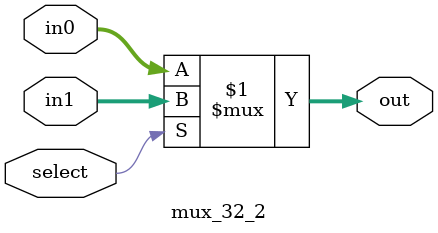
<source format=v>
module mux_32_8(select, in0, in1, in2, in3, in4, in5, in6, in7, out);
	input [2:0] select;
	input [31:0] in0, in1, in2, in3, in4, in5, in6, in7;
	output [31:0] out;
	wire [31:0] w1, w2;
	mux_32_4 first_top(.select(select[1:0]), .in0(in0), .in1(in1), .in2(in2), .in3(in3), .out(w1));
	mux_32_4 first_bottom(.select(select[1:0]), .in0(in4), .in1(in5), .in2(in6), .in3(in7), .out(w2));
	mux_32_2 second(.select(select[2]), .in0(w1), .in1(w2), .out(out));
endmodule

module mux_32_4(select, in0, in1, in2, in3, out);
	input [1:0] select;
	input [31:0] in0, in1, in2, in3;
	output [31:0] out;
	wire [31:0] w1, w2;
	mux_32_2 first_top(.select(select[0]), .in0(in0), .in1(in1), .out(w1));
	mux_32_2 first_bottom(.select(select[0]), .in0(in2), .in1(in3), .out(w2));
	mux_32_2 second(.select(select[1]), .in0(w1), .in1(w2), .out(out));
endmodule


module mux_32_2(select, in0, in1, out);
	input select;
	input [31:0] in0, in1;
	output [31:0] out;
	assign out = select ? in1 : in0;
endmodule
</source>
